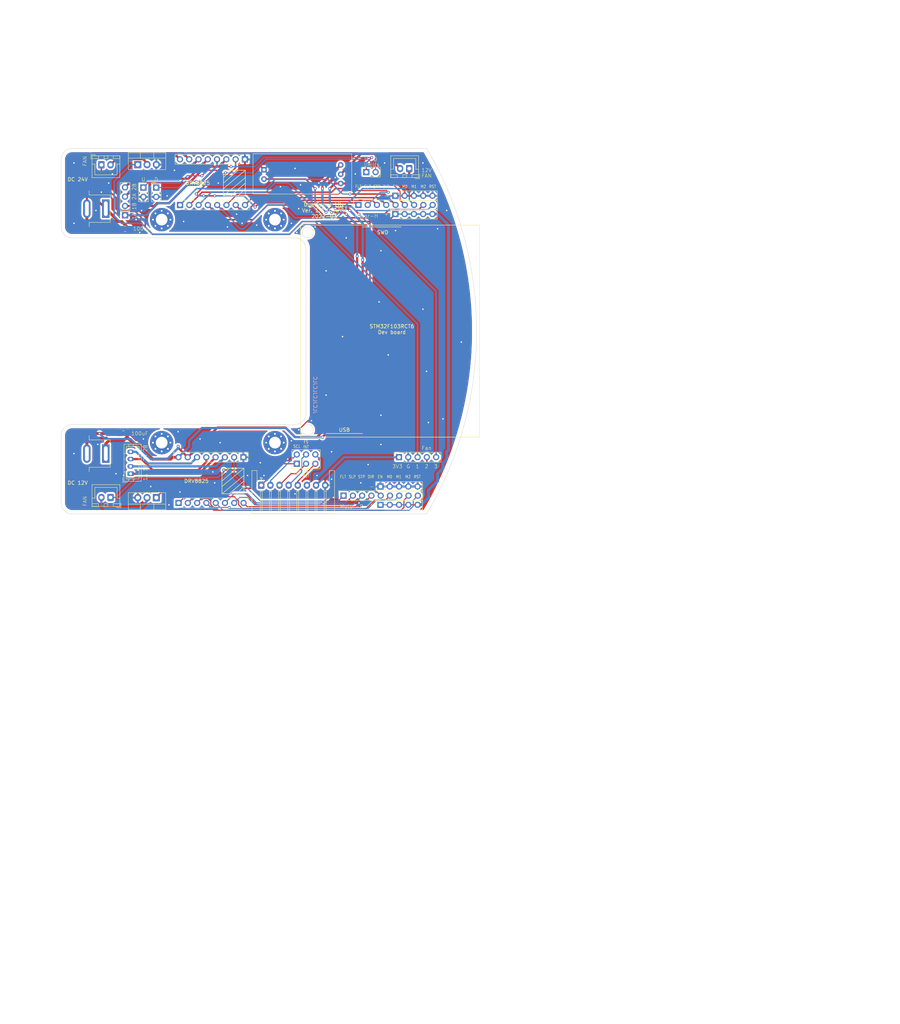
<source format=kicad_pcb>
(kicad_pcb (version 20211014) (generator pcbnew)
  (layers (0 "F.Cu" signal) (31 "B.Cu" signal) (34 "B.Paste" user) (35 "F.Paste" user) (36 "B.SilkS" user "B.Silkscreen") (37 "F.SilkS" user "F.Silkscreen") (38 "B.Mask" user) (39 "F.Mask" user) (44 "Edge.Cuts" user))
  (net 0 "")
  (net 1 "GND")
  (net 2 "~{EN}h")
  (net 3 "M0h")
  (net 4 "M1h")
  (net 5 "M2h")
  (net 6 "~{RST}h")
  (net 7 "~{SLP}h")
  (net 8 "STEPh")
  (net 9 "DIRh")
  (net 10 "~{FAULT}h")
  (net 11 "1Bh")
  (net 12 "1Ah")
  (net 13 "2Ah")
  (net 14 "2Bh")
  (net 15 "GND24")
  (net 16 "+24V")
  (net 17 "~{EN}r")
  (net 18 "M0r")
  (net 19 "M1r")
  (net 20 "M2r")
  (net 21 "~{RST}r")
  (net 22 "~{SLP}r")
  (net 23 "STEPr")
  (net 24 "DIRr")
  (net 25 "~{FAULT}r")
  (net 26 "1Br")
  (net 27 "1Ar")
  (net 28 "2Ar")
  (net 29 "2Br")
  (net 30 "GND12")
  (net 31 "+12V")
  (net 36 "Fan1")
  (net 37 "Net-(M1-Pad2)")
  (net 38 "Fan2")
  (net 39 "Net-(M2-Pad2)")
  (net 40 "Net-(M3-Pad2)")
  (net 41 "Fan3")
  (net 42 "+5V")
  (net 43 "+3V3")
  (net 44 "SDA")
  (net 45 "SCK")
  (net 46 "FS_RST")
  (net 47 "FS_INT")
  (net 48 "Reserved1")
  (net 49 "Reserved2")
  (net 50 "Btn_upper")
  (net 51 "Btn_lower")
  (footprint "Connector_PinSocket_2.54mm:PinSocket_1x05_P2.54mm_Vertical" (layer "F.Cu") (at 142.95 134.975 90)
    (fp_text reference "J5")
    (fp_text value "MCU_interface")
  )
  (footprint "Connector_JST:JST_XH_B2B-XH-A_1x02_P2.50mm_Vertical" (layer "F.Cu") (at 64 146 180)
    (fp_text reference "M2")
    (fp_text value "Fan")
  )
  (footprint "Connector_PinSocket_2.54mm:PinSocket_1x02_P2.54mm_Vertical" (layer "F.Cu") (at 134 57 90)
    (fp_text reference "J19")
    (fp_text value "Buttons")
  )
  (footprint "Connector_PinSocket_2.54mm:PinSocket_1x05_P2.54mm_Vertical" (layer "F.Cu") (at 137.88 143 90)
    (fp_text reference "J11")
    (fp_text value "Logical_0")
  )
  (footprint "Connector_JST:JST_PH_B4B-PH-K_1x04_P2.00mm_Vertical" (layer "F.Cu") (at 69.5 139.5 90)
    (fp_text reference "J16")
    (fp_text value "Conn_MotorR")
  )
  (footprint "Connector_JST:JST_XH_B2B-XH-A_1x02_P2.50mm_Vertical" (layer "F.Cu") (at 145.75 56.025 180)
    (fp_text reference "M3")
    (fp_text value "Fan")
  )
  (footprint "Connector_PinHeader_2.54mm:PinHeader_2x03_P2.54mm_Vertical" (layer "F.Cu") (at 114.975 136.775 90)
    (fp_text reference "J13")
    (fp_text value "MCU_interface")
  )
  (footprint "Connector_PinHeader_2.54mm:PinHeader_1x08_P2.54mm_Vertical" (layer "F.Cu") (at 100.375 135 -90)
    (fp_text reference "J4")
    (fp_text value "Conn_01x08_Female")
  )
  (footprint "Connector_PinHeader_2.54mm:PinHeader_1x08_P2.54mm_Vertical" (layer "F.Cu") (at 82.625 147.5 90)
    (fp_text reference "J3")
    (fp_text value "Conn_01x08_Female")
  )
  (footprint "Connector_JST:JST_XH_S8B-XH-A-1_1x08_P2.50mm_Horizontal" (layer "F.Cu") (at 105.25 142.65)
    (fp_text reference "J14")
    (fp_text value "Outer_conn")
  )
  (footprint "Connector_JST:JST_XH_B2B-XH-A_1x02_P2.50mm_Vertical" (layer "F.Cu") (at 61.5 55)
    (fp_text reference "M1")
    (fp_text value "Fan")
  )
  (footprint "Connector_PinHeader_2.54mm:PinHeader_1x08_P2.54mm_Vertical" (layer "F.Cu") (at 83.03 66 90)
    (fp_text reference "J1")
    (fp_text value "Conn_01x08_Female")
  )
  (footprint "Connector_BarrelJack:BarrelJack_SwitchcraftConxall_RAPC10U_Horizontal" (layer "F.Cu") (at 62.71 134)
    (fp_text reference "J12")
    (fp_text value "Barrel_Jack")
  )
  (footprint "MountingHole:MountingHole_3.2mm_M3_Pad_Via" (layer "F.Cu") (at 78 70)
    (fp_text reference "H2")
    (fp_text value "MountingHole_Pad")
  )
  (footprint "Connector_PinSocket_2.54mm:PinSocket_1x05_P2.54mm_Vertical" (layer "F.Cu") (at 141.94 68.475 90)
    (fp_text reference "J8")
    (fp_text value "Logical_1")
  )
  (footprint "Capacitor_SMD:C_0805_2012Metric_Pad1.18x1.45mm_HandSolder" (layer "F.Cu") (at 67.5 128.5 180)
    (fp_text reference "C2")
    (fp_text value "100uF")
  )
  (footprint "Package_TO_SOT_THT:TO-220-3_Vertical" (layer "F.Cu") (at 76.54 146.055 180)
    (fp_text reference "Q2")
    (fp_text value "IRF540N")
  )
  (footprint "Capacitor_SMD:C_0805_2012Metric_Pad1.18x1.45mm_HandSolder" (layer "F.Cu") (at 68 72.5 180)
    (fp_text reference "C1")
    (fp_text value "100uF")
  )
  (footprint "Connector_PinSocket_2.54mm:PinSocket_1x09_P2.54mm_Vertical" (layer "F.Cu") (at 127.78 145.5 90)
    (fp_text reference "J7")
    (fp_text value "MotorR_Ctrl")
  )
  (footprint "Connector_PinSocket_2.54mm:PinSocket_1x09_P2.54mm_Vertical" (layer "F.Cu") (at 131.84 65.975 90)
    (fp_text reference "J6")
    (fp_text value "MotorH_Ctrl")
  )
  (footprint "Connector_PinSocket_2.54mm:PinSocket_1x05_P2.54mm_Vertical" (layer "F.Cu") (at 137.88 148 90)
    (fp_text reference "J10")
    (fp_text value "Logical_1")
  )
  (footprint "Package_TO_SOT_THT:TO-220-3_Vertical" (layer "F.Cu") (at 71.46 54.945)
    (fp_text reference "Q1")
    (fp_text value "IRF540N")
  )
  (footprint "Connector_PinSocket_2.54mm:PinSocket_1x05_P2.54mm_Vertical" (layer "F.Cu") (at 141.95 63.475 90)
    (fp_text reference "J9")
    (fp_text value "Logical_0")
  )
  (footprint "Connector_PinHeader_2.54mm:PinHeader_1x02_P2.54mm_Vertical" (layer "F.Cu") (at 73 61.225)
    (fp_text reference "J17")
    (fp_text value "Button_upper")
  )
  (footprint "Connector_PinHeader_2.54mm:PinHeader_1x02_P2.54mm_Vertical" (layer "F.Cu") (at 76.5 61.225)
    (fp_text reference "J18")
    (fp_text value "Button_lower")
  )
  (footprint "Connector_PinSocket_2.54mm:PinSocket_1x04_P2.54mm_Vertical" (layer "F.Cu") (at 67.975 68.8 180)
    (fp_text reference "J15")
    (fp_text value "Conn_MotorH")
  )
  (footprint "Connector_PinHeader_2.54mm:PinHeader_1x08_P2.54mm_Vertical" (layer "F.Cu") (at 100.78 53.5 -90)
    (fp_text reference "J2")
    (fp_text value "Conn_01x08_Female")
  )
  (footprint "MountingHole:MountingHole_3.2mm_M3_Pad_Via" (layer "F.Cu") (at 109 70)
    (fp_text reference "H1")
    (fp_text value "MountingHole_Pad")
  )
  (footprint "MountingHole:MountingHole_3.2mm_M3_Pad_Via" (layer "F.Cu") (at 78 131)
    (fp_text reference "H4")
    (fp_text value "MountingHole_Pad")
  )
  (footprint "Library:MOSFET_5pin" (layer "F.Cu") (at 127 52.5 180)
    (fp_text reference "U1")
    (fp_text value "MOS_isolated_module")
  )
  (footprint "MountingHole:MountingHole_3.2mm_M3_Pad_Via" (layer "F.Cu") (at 109 131)
    (fp_text reference "H3")
    (fp_text value "MountingHole_Pad")
  )
  (footprint "Connector_BarrelJack:BarrelJack_SwitchcraftConxall_RAPC10U_Horizontal" (layer "F.Cu") (at 62.71 67)
    (fp_text reference "J24")
    (fp_text value "Barrel_Jack")
  )
  (gr_rect (start 94.5 138) (end 100.5 145) (layer "F.SilkS") (width 0.15) (fill none))
  (gr_line (start 100.905 58.5) (end 94.905 63.5) (layer "F.SilkS") (width 0.15))
  (gr_line (start 100.5 140) (end 94.5 145) (layer "F.SilkS") (width 0.15))
  (gr_line (start 123 128.5) (end 133 128.5) (layer "F.SilkS") (width 0.15))
  (gr_line (start 100.5 143) (end 98.5 145) (layer "F.SilkS") (width 0.15))
  (gr_line (start 96.5 138) (end 94.5 140) (layer "F.SilkS") (width 0.15))
  (gr_line (start 100.5 141.5) (end 96.5 145) (layer "F.SilkS") (width 0.15))
  (gr_line (start 96.905 56.5) (end 94.905 58.5) (layer "F.SilkS") (width 0.15))
  (gr_line (start 100.905 61.5) (end 98.905 63.5) (layer "F.SilkS") (width 0.15))
  (gr_line (start 100.905 60) (end 96.905 63.5) (layer "F.SilkS") (width 0.15))
  (gr_line (start 98.905 56.5) (end 94.905 60) (layer "F.SilkS") (width 0.15))
  (gr_line (start 98.5 138) (end 94.5 141.5) (layer "F.SilkS") (width 0.15))
  (gr_rect (start 116 71.5) (end 165 129.5) (layer "F.SilkS") (width 0.15) (fill none))
  (gr_line (start 100.5 138) (end 94.5 143) (layer "F.SilkS") (width 0.15))
  (gr_line (start 100.905 56.5) (end 94.905 61.5) (layer "F.SilkS") (width 0.15))
  (gr_rect (start 94.905 56.5) (end 100.905 63.5) (layer "F.SilkS") (width 0.15) (fill none))
  (gr_line (start 133 72) (end 143.5 72) (layer "F.SilkS") (width 0.15))
  (gr_line (start 53.5 150.5) (end 150.5 150.5) (layer "Edge.Cuts") (width 0.1))
  (gr_arc (start 114.500001 74.999999) (mid 116.621321 75.878679) (end 117.500001 77.999999) (layer "Edge.Cuts") (width 0.1))
  (gr_arc (start 50.5 53.5) (mid 51.37868 51.37868) (end 53.5 50.5) (layer "Edge.Cuts") (width 0.1))
  (gr_arc (start 53.5 150.5) (mid 51.37868 149.62132) (end 50.5 147.5) (layer "Edge.Cuts") (width 0.1))
  (gr_line (start 50.5 129) (end 50.5 147.5) (layer "Edge.Cuts") (width 0.1))
  (gr_line (start 53.5 50.5) (end 150.5 50.5) (layer "Edge.Cuts") (width 0.1))
  (gr_line (start 117.500001 77.999999) (end 117.500001 123.000001) (layer "Edge.Cuts") (width 0.1))
  (gr_arc (start 150.499999 50.5) (mid 164.184774 100.5) (end 150.499999 150.5) (layer "Edge.Cuts") (width 0.1))
  (gr_arc (start 117.500001 123.000001) (mid 116.621321 125.121321) (end 114.500001 126.000001) (layer "Edge.Cuts") (width 0.1))
  (gr_line (start 53.5 75) (end 114.500001 74.999999) (layer "Edge.Cuts") (width 0.1))
  (gr_circle (center 118 73.5) (end 119.5 73.5) (layer "Edge.Cuts") (width 0.1) (fill none))
  (gr_arc (start 53.5 75) (mid 51.37868 74.12132) (end 50.5 72) (layer "Edge.Cuts") (width 0.1))
  (gr_circle (center 118 127.5) (end 119.5 127.5) (layer "Edge.Cuts") (width 0.1) (fill none))
  (gr_line (start 114.500001 126.000001) (end 53.5 126) (layer "Edge.Cuts") (width 0.1))
  (gr_line (start 50.5 53.5) (end 50.5 72) (layer "Edge.Cuts") (width 0.1))
  (gr_arc (start 50.5 129) (mid 51.37868 126.87868) (end 53.5 126) (layer "Edge.Cuts") (width 0.1))
  (gr_text "JLCJLCJLCJLC" (at 120 118 270) (layer "B.SilkS") (effects (font (size 1 1)) (justify mirror)))
  (gr_text "12V" (at 150.5 56.5) (layer "F.SilkS") (effects (font (size 1 1) (thickness 0.1))))
  (gr_text "RST" (at 152.146 60.96) (layer "F.SilkS") (effects (font (size 0.8 0.7) (thickness 0.1))))
  (gr_text "+" (at 135.5 148) (layer "F.SilkS") (effects (font (size 1 1) (thickness 0.1))))
  (gr_text "U" (at 73 59) (layer "F.SilkS") (effects (font (size 1 1) (thickness 0.1))))
  (gr_text "FLT" (at 127.635 140.335) (layer "F.SilkS") (effects (font (size 0.8 0.7) (thickness 0.1))))
  (gr_text "3V3" (at 142.5 137.5) (layer "F.SilkS") (effects (font (size 1 1) (thickness 0.1))))
  (gr_text "FAN" (at 57 54 90) (layer "F.SilkS") (effects (font (size 1 1) (thickness 0.1))))
  (gr_text "FS\nINT" (at 117.5 131.5) (layer "F.SilkS") (effects (font (size 0.8 0.7) (thickness 0.1))))
  (gr_text "-" (at 139.5 63.5) (layer "F.SilkS") (effects (font (size 1 1) (thickness 0.1))))
  (gr_text "-" (at 135.5 143) (layer "F.SilkS") (effects (font (size 1 1) (thickness 0.1))))
  (gr_text "STM32F103RCT6\nDev board" (at 141 100) (layer "F.SilkS") (effects (font (size 1 1))))
  (gr_text "Motor-H" (at 134 69) (layer "F.SilkS") (effects (font (size 1 1) (thickness 0.1))))
  (gr_text "2" (at 150.5 137.5) (layer "F.SilkS") (effects (font (size 1 1) (thickness 0.1))))
  (gr_text "DIR" (at 139.446 60.96) (layer "F.SilkS") (effects (font (size 0.8 0.7) (thickness 0.1))))
  (gr_text "1" (at 148 137.5) (layer "F.SilkS") (effects (font (size 1 1) (thickness 0.1))))
  (gr_text "DRV8825" (at 87.5 141.5) (layer "F.SilkS") (effects (font (size 1 1))))
  (gr_text "100uF" (at 72 128.5) (layer "F.SilkS") (effects (font (size 1 1) (thickness 0.1))))
  (gr_text "M2" (at 145.415 140.335) (layer "F.SilkS") (effects (font (size 0.8 0.7) (thickness 0.1))))
  (gr_text "M2" (at 149.606 60.96) (layer "F.SilkS") (effects (font (size 0.8 0.7) (thickness 0.1))))
  (gr_text "M0" (at 144.526 60.96) (layer "F.SilkS") (effects (font (size 0.8 0.7) (thickness 0.1))))
  (gr_text "FAN" (at 57 147 90) (layer "F.SilkS") (effects (font (size 1 1) (thickness 0.1))))
  (gr_text "Motor-R" (at 130 148.5) (layer "F.SilkS") (effects (font (size 1 1) (thickness 0.1))))
  (gr_text "M0" (at 140.335 140.335) (layer "F.SilkS") (effects (font (size 0.8 0.7) (thickness 0.1))))
  (gr_text "D" (at 76.5 59) (layer "F.SilkS") (effects (font (size 1 1) (thickness 0.1))))
  (gr_text "EN" (at 137.795 140.335) (layer "F.SilkS") (effects (font (size 0.8 0.7) (thickness 0.1))))
  (gr_text "D" (at 136.5 53.5) (layer "F.SilkS") (effects (font (size 1 1) (thickness 0.1))))
  (gr_text "STP" (at 136.906 60.96) (layer "F.SilkS") (effects (font (size 0.8 0.7) (thickness 0.1))))
  (gr_text "+" (at 139.5 68.5) (layer "F.SilkS") (effects (font (size 1 1) (thickness 0.1))))
  (gr_text "3" (at 153 137.5) (layer "F.SilkS") (effects (font (size 1 1) (thickness 0.1))))
  (gr_text "EN" (at 141.986 60.96) (layer "F.SilkS") (effects (font (size 0.8 0.7) (thickness 0.1))))
  (gr_text "SCL" (at 115 132) (layer "F.SilkS") (effects (font (size 0.8 0.7) (thickness 0.1))))
  (gr_text "U" (at 134 53.5) (layer "F.SilkS") (effects (font (size 1 1) (thickness 0.1))))
  (gr_text "STP" (at 132.715 140.335) (layer "F.SilkS") (effects (font (size 0.8 0.7) (thickness 0.1))))
  (gr_text "SLP" (at 134.366 60.96) (layer "F.SilkS") (effects (font (size 0.8 0.7) (thickness 0.1))))
  (gr_text "1A 1B 2A 2B" (at 73.5 136.5 90) (layer "F.SilkS") (effects (font (size 1 1) (thickness 0.1))))
  (gr_text "M1" (at 142.875 140.335) (layer "F.SilkS") (effects (font (size 0.8 0.7) (thickness 0.1))))
  (gr_text "FAN" (at 150.5 58) (layer "F.SilkS") (effects (font (size 1 1) (thickness 0.1))))
  (gr_text "DC 12V" (at 55 142) (layer "F.SilkS") (effects (font (size 1 1))))
  (gr_text "SDA" (at 115 139) (layer "F.SilkS") (effects (font (size 0.8 0.7) (thickness 0.1))))
  (gr_text "M1" (at 147.066 60.96) (layer "F.SilkS") (effects (font (size 0.8 0.7) (thickness 0.1))))
  (gr_text "G" (at 145.5 137.5) (layer "F.SilkS") (effects (font (size 1 1) (thickness 0.1))))
  (gr_text "1A 1B 2A 2B" (at 70.5 65 90) (layer "F.SilkS") (effects (font (size 1 1) (thickness 0.1))))
  (gr_text "Fan" (at 150.5 132.5) (layer "F.SilkS") (effects (font (size 1 1) (thickness 0.1))))
  (gr_text "SWD" (at 138.5 73.5) (layer "F.SilkS") (effects (font (size 1 1))))
  (gr_text "limits" (at 135.5 55) (layer "F.SilkS") (effects (font (size 1 1) (thickness 0.1))))
  (gr_text "FLT" (at 131.826 60.96) (layer "F.SilkS") (effects (font (size 0.8 0.7) (thickness 0.1))))
  (gr_text "100uF" (at 72.5 72.5) (layer "F.SilkS") (effects (font (size 1 1) (thickness 0.1))))
  (gr_text "DC 24V" (at 55 59) (layer "F.SilkS") (effects (font (size 1 1))))
  (gr_text "FS\nRST" (at 117.492767 139.5) (layer "F.SilkS") (effects (font (size 0.8 0.7) (thickness 0.1))))
  (gr_text "DualSense Lite\nVer. 1.0 (C)WYW\n2022-03" (at 122.5 67.5) (layer "F.SilkS") (effects (font (size 1 1))))
  (gr_text "DIR" (at 135.255 140.335) (layer "F.SilkS") (effects (font (size 0.8 0.7) (thickness 0.1))))
  (gr_text "SLP" (at 130.175 140.335) (layer "F.SilkS") (effects (font (size 0.8 0.7) (thickness 0.1))))
  (gr_text "DRV8825" (at 87.905 60) (layer "F.SilkS") (effects (font (size 1 1))))
  (gr_text "USB" (at 128 127.5) (layer "F.SilkS") (effects (font (size 1 1))))
  (gr_text "RST" (at 147.955 140.335) (layer "F.SilkS") (effects (font (size 0.8 0.7) (thickness 0.1))))
  (segment (start 119 125) (end 118 125) (width 0.3) (layer "F.Cu") (net 1))
  (segment (start 118 125) (end 115.5 127.5) (width 0.3) (layer "F.Cu") (net 1))
  (via (at 93.5 60) (size 0.8) (drill 0.4) (layers "F.Cu" "B.Cu") (net 1))
  (via (at 120 72) (size 0.8) (drill 0.4) (layers "F.Cu" "B.Cu") (net 1))
  (via (at 139 54.5) (size 0.8) (drill 0.4) (layers "F.Cu" "B.Cu") (net 1))
  (via (at 72.5 67.5) (size 0.8) (drill 0.4) (layers "F.Cu" "B.Cu") (net 1))
  (via (at 123 84) (size 0.8) (drill 0.4) (layers "F.Cu" "B.Cu") (net 1))
  (via (at 60 67.5) (size 0.8) (drill 0.4) (layers "F.Cu" "B.Cu") (net 1))
  (via (at 104 71.5) (size 0.8) (drill 0.4) (layers "F.Cu" "B.Cu") (net 1))
  (via (at 60.5 131.5) (size 0.8) (drill 0.4) (layers "F.Cu" "B.Cu") (net 1))
  (via (at 127.5 102) (size 0.8) (drill 0.4) (layers "F.Cu" "B.Cu") (net 1))
  (via (at 149.5 54.5) (size 0.8) (drill 0.4) (layers "F.Cu" "B.Cu") (net 1))
  (via (at 114.5 56) (size 0.8) (drill 0.4) (layers "F.Cu" "B.Cu") (net 1))
  (via (at 160 103.5) (size 0.8) (drill 0.4) (layers "F.Cu" "B.Cu") (net 1))
  (via (at 149.5 94.5) (size 0.8) (drill 0.4) (layers "F.Cu" "B.Cu") (net 1))
  (via (at 120.5 140) (size 0.8) (drill 0.4) (layers "F.Cu" "B.Cu") (net 1))
  (via (at 150.5 111.5) (size 0.8) (drill 0.4) (layers "F.Cu" "B.Cu") (net 1))
  (via (at 151 125.5) (size 0.8) (drill 0.4) (layers "F.Cu" "B.Cu") (net 1))
  (via (at 96 72) (size 0.8) (drill 0.4) (layers "F.Cu" "B.Cu") (net 1))
  (via (at 132 147.5) (size 0.8) (drill 0.4) (layers "F.Cu" "B.Cu") (net 1))
  (via (at 137.5 92.5) (size 0.8) (drill 0.4) (layers "F.Cu" "B.Cu") (net 1))
  (via (at 119 125) (size 0.8) (drill 0.4) (layers "F.Cu" "B.Cu") (net 1))
  (via (at 125 146) (size 0.8) (drill 0.4) (layers "F.Cu" "B.Cu") (net 1))
  (via (at 115.5 67) (size 0.8) (drill 0.4) (layers "F.Cu" "B.Cu") (net 1))
  (via (at 124.5 133.5) (size 0.8) (drill 0.4) (layers "F.Cu" "B.Cu") (net 1))
  (via (at 81.5 56.5) (size 0.8) (drill 0.4) (layers "F.Cu" "B.Cu") (net 1))
  (via (at 113.5 71) (size 0.8) (drill 0.4) (layers "F.Cu" "B.Cu") (net 1))
  (via (at 142 73) (size 0.8) (drill 0.4) (layers "F.Cu" "B.Cu") (net 1))
  (via (at 79.5 63.5) (size 0.8) (drill 0.4) (layers "F.Cu" "B.Cu") (net 1))
  (via (at 105 136.5) (size 0.8) (drill 0.4) (layers "F.Cu" "B.Cu") (net 1))
  (via (at 115.5 127.5) (size 0.8) (drill 0.4) (layers "F.Cu" "B.Cu") (net 1))
  (via (at 65.5 139.5) (size 0.8) (drill 0.4) (layers "F.Cu" "B.Cu") (net 1))
  (via (at 54 134) (size 0.8) (drill 0.4) (layers "F.Cu" "B.Cu") (net 1))
  (via (at 94 131) (size 0.8) (drill 0.4) (layers "F.Cu" "B.Cu") (net 1))
  (via (at 82.5 128) (size 0.8) (drill 0.4) (layers "F.Cu" "B.Cu") (net 1))
  (via (at 80 148) (size 0.8) (drill 0.4) (layers "F.Cu" "B.Cu") (net 1))
  (via (at 61.5 62.5) (size 0.8) (drill 0.4) (layers "F.Cu" "B.Cu") (net 1))
  (via (at 112.5 135.5) (size 0.8) (drill 0.4) (layers "F.Cu" "B.Cu") (net 1))
  (via (at 156 67.5) (size 0.8) (drill 0.4) (layers "F.Cu" "B.Cu") (net 1))
  (via (at 138 123.5) (size 0.8) (drill 0.4) (layers "F.Cu" "B.Cu") (net 1))
  (via (at 125.5 58.5) (size 0.8) (drill 0.4) (layers "F.Cu" "B.Cu") (net 1))
  (via (at 100 71) (size 0.8) (drill 0.4) (layers "F.Cu" "B.Cu") (net 1))
  (via (at 92 139) (size 0.8) (drill 0.4) (layers "F.Cu" "B.Cu") (net 1))
  (via (at 132.5 142) (size 0.8) (drill 0.4) (layers "F.Cu" "B.Cu") (net 1))
  (via (at 138 131.5) (size 0.8) (drill 0.4) (layers "F.Cu" "B.Cu") (net 1))
  (via (at 88.5 130) (size 0.8) (drill 0.4) (layers "F.Cu" "B.Cu") (net 1))
  (via (at 72 73.5) (size 0.8) (drill 0.4) (layers "F.Cu" "B.Cu") (net 1))
  (via (at 75 143) (size 0.8) (drill 0.4) (layers "F.Cu" "B.Cu") (net 1))
  (via (at 124.5 141) (size 0.8) (drill 0.4) (layers "F.Cu" "B.Cu") (net 1))
  (via (at 64.5 57.5) (size 0.8) (drill 0.4) (layers "F.Cu" "B.Cu") (net 1))
  (via (at 140 107) (size 0.8) (drill 0.4) (layers "F.Cu" "B.Cu") (net 1))
  (via (at 131 57.5) (size 0.8) (drill 0.4) (layers "F.Cu" "B.Cu") (net 1))
  (via (at 63.5 60) (size 0.8) (drill 0.4) (layers "F.Cu" "B.Cu") (net 1))
  (via (at 92.5 142) (size 0.8) (drill 0.4) (layers "F.Cu" "B.Cu") (net 1))
  (via (at 114.5 145) (size 0.8) (drill 0.4) (layers "F.Cu" "B.Cu") (net 1))
  (via (at 138 78.5) (size 0.8) (drill 0.4) (layers "F.Cu" "B.Cu") (net 1))
  (via (at 121 60) (size 0.8) (drill 0.4) (layers "F.Cu" "B.Cu") (net 1))
  (via (at 110.5 61) (size 0.8) (drill 0.4) (layers "F.Cu" "B.Cu") (net 1))
  (via (at 113.5 130.5) (size 0.8) (drill 0.4) (layers "F.Cu" "B.Cu") (net 1))
  (via (at 128.5 75) (size 0.8) (drill 0.4) (layers "F.Cu" "B.Cu") (net 1))
  (via (at 83 144.5) (size 0.8) (drill 0.4) (layers "F.Cu" "B.Cu") (net 1))
  (via (at 98.5 68.5) (size 0.8) (drill 0.4) (layers "F.Cu" "B.Cu") (net 1))
  (via (at 134.5 137) (size 0.8) (drill 0.4) (layers "F.Cu" "B.Cu") (net 1))
  (via (at 153.5 72.5) (size 0.8) (drill 0.4) (layers "F.Cu" "B.Cu") (net 1))
  (via (at 84 70.5) (size 0.8) (drill 0.4) (layers "F.Cu" "B.Cu") (net 1))
  (via (at 54 71) (size 0.8) (drill 0.4) (layers "F.Cu" "B.Cu") (net 1))
  (via (at 115 73.5) (size 0.8) (drill 0.4) (layers "F.Cu" "B.Cu") (net 1))
  (via (at 71 70) (size 0.8) (drill 0.4) (layers "F.Cu" "B.Cu") (net 1))
  (via (at 116 60.5) (size 0.8) (drill 0.4) (layers "F.Cu" "B.Cu") (net 1))
  (via (at 123 118) (size 0.8) (drill 0.4) (layers "F.Cu" "B.Cu") (net 1))
  (via (at 73 130) (size 0.8) (drill 0.4) (layers "F.Cu" "B.Cu") (net 1))
  (via (at 54 54.5) (size 0.8) (drill 0.4) (layers "F.Cu" "B.Cu") (net 1))
  (via (at 101.5 140) (size 0.8) (drill 0.4) (layers "F.Cu" "B.Cu") (net 1))
  (via (at 155 124.5) (size 0.8) (drill 0.4) (layers "F.Cu" "B.Cu") (net 1))
  (via (at 106 140) (size 0.8) (drill 0.4) (layers "F.Cu" "B.Cu") (net 1))
  (segment (start 140.42 143) (end 142.96 143) (width 0.4) (layer "B.Cu") (net 1))
  (segment (start 145.5 143) (end 148.04 143) (width 0.4) (layer "B.Cu") (net 1))
  (segment (start 145.5 143) (end 145.5 134.985) (width 0.4) (layer "B.Cu") (net 1))
  (segment (start 142.96 143) (end 145.5 143) (width 0.4) (layer "B.Cu") (net 1))
  (segment (start 145.5 134.985) (end 145.49 134.975) (width 0.4) (layer "B.Cu") (net 1))
  (segment (start 137.88 143) (end 140.42 143) (width 0.4) (layer "B.Cu") (net 1))
  (segment (start 139.025 63) (end 129.5 63) (width 0.4) (layer "F.Cu") (net 2))
  (segment (start 142 65.975) (end 139.025 63) (width 0.4) (layer "F.Cu") (net 2))
  (via (at 129.5 63) (size 0.8) (drill 0.4) (layers "F.Cu" "B.Cu") (net 2))
  (segment (start 109 59) (end 123.5 59) (width 0.4) (layer "B.Cu") (net 2))
  (segment (start 87.53 61.5) (end 106.5 61.5) (width 0.4) (layer "B.Cu") (net 2))
  (segment (start 106.5 61.5) (end 109 59) (width 0.4) (layer "B.Cu") (net 2))
  (segment (start 123.5 59) (end 127.5 63) (width 0.4) (layer "B.Cu") (net 2))
  (segment (start 83.03 66) (end 87.53 61.5) (width 0.4) (layer "B.Cu") (net 2))
  (segment (start 127.5 63) (end 129.5 63) (width 0.4) (layer "B.Cu") (net 2))
  (segment (start 143.240489 64.675489) (end 144.54 65.975) (width 0.4) (layer "F.Cu") (net 3))
  (segment (start 129.5 61.5) (end 130.80048 60.19952) (width 0.4) (layer "F.Cu") (net 3))
  (segment (start 85.57 66) (end 89.07 62.5) (width 0.4) (layer "F.Cu") (net 3))
  (segment (start 124.5 62.5) (end 125.5 61.5) (width 0.4) (layer "F.Cu") (net 3))
  (segment (start 143.240489 62.266467) (end 143.240489 64.675489) (width 0.4) (layer "F.Cu") (net 3))
  (segment (start 141.173542 60.19952) (end 143.240489 62.266467) (width 0.4) (layer "F.Cu") (net 3))
  (segment (start 130.80048 60.19952) (end 141.173542 60.19952) (width 0.4) (layer "F.Cu") (net 3))
  (segment (start 89.07 62.5) (end 124.5 62.5) (width 0.4) (layer "F.Cu") (net 3))
  (segment (start 125.5 61.5) (end 129.5 61.5) (width 0.4) (layer "F.Cu") (net 3))
  (segment (start 133 61.5) (end 125.59952 68.90048) (width 0.4) (layer "B.Cu") (net 4))
  (segment (start 106.5 62.5) (end 109 60) (width 0.4) (layer "B.Cu") (net 4))
  (segment (start 112.69904 60) (end 121.59952 68.90048) (width 0.4) (layer "B.Cu") (net 4))
  (segment (start 144.5 61.5) (end 133 61.5) (width 0.4) (layer "B.Cu") (net 4))
  (segment (start 109 60) (end 112.69904 60) (width 0.4) (layer "B.Cu") (net 4))
  (segment (start 125.59952 68.90048) (end 121.59952 68.90048) (width 0.4) (layer "B.Cu") (net 4))
  (segment (start 88.11 66) (end 91.61 62.5) (width 0.4) (layer "B.Cu") (net 4))
  (segment (start 147.08 65.975) (end 145.780489 64.675489) (width 0.4) (layer "B.Cu") (net 4))
  (segment (start 145.780489 62.780489) (end 144.5 61.5) (width 0.4) (layer "B.Cu") (net 4))
  (segment (start 91.61 62.5) (end 106.5 62.5) (width 0.4) (layer "B.Cu") (net 4))
  (segment (start 145.780489 64.675489) (end 145.780489 62.780489) (width 0.4) (layer "B.Cu") (net 4))
  (segment (start 119.5 66) (end 123 69.5) (width 0.4) (layer "F.Cu") (net 5))
  (segment (start 149.62 65.975) (end 148.370489 67.224511) (width 0.4) (layer "F.Cu") (net 5))
  (segment (start 107 66) (end 119.5 66) (width 0.4) (layer "F.Cu") (net 5))
  (segment (start 103 70) (end 107 66) (width 0.4) (layer "F.Cu") (net 5))
  (segment (start 138 69.5) (end 123 69.5) (width 0.4) (layer "F.Cu") (net 5))
  (segment (start 94.5 69.85) (end 94.5 70) (width 0.4) (layer "F.Cu") (net 5))
  (segment (start 90.65 66) (end 94.5 69.85) (width 0.4) (layer "F.Cu") (net 5))
  (segment (start 148.370489 67.224511) (end 140.275489 67.224511) (width 0.4) (layer "F.Cu") (net 5))
  (segment (start 94.5 70) (end 103 70) (width 0.4) (layer "F.Cu") (net 5))
  (segment (start 140.275489 67.224511) (end 138 69.5) (width 0.4) (layer "F.Cu") (net 5))
  (segment (start 93.19 66) (end 97.69 70.5) (width 0.4) (layer "B.Cu") (net 6))
  (segment (start 130 66.5) (end 131 67.5) (width 0.4) (layer "B.Cu") (net 6))
  (segment (start 126 69.5) (end 129 66.5) (width 0.4) (layer "B.Cu") (net 6))
  (segment (start 97.69 70.5) (end 97.69 70.69) (width 0.4) (layer "B.Cu") (net 6))
  (segment (start 111 66) (end 114.5 69.5) (width 0.4) (layer "B.Cu") (net 6))
  (segment (start 140.691467 67.224511) (end 150.910489 67.224511) (width 0.4) (layer "B.Cu") (net 6))
  (segment (start 97.69 70.69) (end 99.5 72.5) (width 0.4) (layer "B.Cu") (net 6))
  (segment (start 131 67.5) (end 140.415978 67.5) (width 0.4) (layer "B.Cu") (net 6))
  (segment (start 114.5 69.5) (end 126 69.5) (width 0.4) (layer "B.Cu") (net 6))
  (segment (start 99.5 72.5) (end 100.5 72.5) (width 0.4) (layer "B.Cu") (net 6))
  (segment (start 107 66) (end 111 66) (width 0.4) (layer "B.Cu") (net 6))
  (segment (start 100.5 72.5) (end 107 66) (width 0.4) (layer "B.Cu") (net 6))
  (segment (start 140.415978 67.5) (end 140.691467 67.224511) (width 0.4) (layer "B.Cu") (net 6))
  (segment (start 150.910489 67.224511) (end 152.16 65.975) (width 0.4) (layer "B.Cu") (net 6))
  (segment (start 129 66.5) (end 130 66.5) (width 0.4) (layer "B.Cu") (net 6))
  (segment (start 125.5 63.04952) (end 126.45048 63.04952) (width 0.3) (layer "F.Cu") (net 7))
  (segment (start 139.54952 62.04952) (end 140 62.5) (width 0.3) (layer "F.Cu") (net 7))
  (segment (start 126.45048 63.04952) (end 127.45048 62.04952) (width 0.3) (layer "F.Cu") (net 7))
  (segment (start 127.45048 62.04952) (end 131.09904 62.04952) (width 0.3) (layer "F.Cu") (net 7))
  (segment (start 131.09904 62.04952) (end 139.54952 62.04952) (width 0.3) (layer "F.Cu") (net 7))
  (segment (start 98.68048 63.04952) (end 125.5 63.04952) (width 0.3) (layer "F.Cu") (net 7))
  (segment (start 95.73 66) (end 98.68048 63.04952) (width 0.3) (layer "F.Cu") (net 7))
  (via (at 140 62.5) (size 0.8) (drill 0.4) (layers "F.Cu" "B.Cu") (net 7))
  (segment (start 140 62.5) (end 137.855 62.5) (width 0.3) (layer "B.Cu") (net 7))
  (segment (start 137.855 62.5) (end 134.38 65.975) (width 0.3) (layer "B.Cu") (net 7))
  (segment (start 101 68) (end 100.27 68) (width 0.4) (layer "F.Cu") (net 8))
  (segment (start 104.274511 64.725489) (end 101 68) (width 0.4) (layer "F.Cu") (net 8))
  (segment (start 135.670489 64.725489) (end 104.274511 64.725489) (width 0.4) (layer "F.Cu") (net 8))
  (segment (start 136.92 65.975) (end 135.670489 64.725489) (width 0.4) (layer "F.Cu") (net 8))
  (segment (start 100.27 68) (end 98.27 66) (width 0.4) (layer "F.Cu") (net 8))
  (segment (start 102.81 64) (end 100.81 66) (width 0.4) (layer "F.Cu") (net 9))
  (segment (start 139.46 65.975) (end 137.485 64) (width 0.4) (layer "F.Cu") (net 9))
  (segment (start 137.485 64) (end 102.81 64) (width 0.4) (layer "F.Cu") (net 9))
  (segment (start 104.605675 65.524989) (end 103.565332 66.565332) (width 0.4) (layer "F.Cu") (net 10))
  (segment (start 131.26548 65.40048) (end 105.624509 65.40048) (width 0.4) (layer "F.Cu") (net 10))
  (segment (start 89.5 63.5) (end 89.489668 63.489668) (width 0.4) (layer "F.Cu") (net 10))
  (segment (start 92.5 63.5) (end 89.5 63.5) (width 0.4) (layer "F.Cu") (net 10))
  (segment (start 87.469668 62.969668) (end 92.439336 58) (width 0.4) (layer "F.Cu") (net 10))
  (segment (start 131.84 65.975) (end 131.26548 65.40048) (width 0.4) (layer "F.Cu") (net 10))
  (segment (start 105.5 65.524989) (end 104.605675 65.524989) (width 0.4) (layer "F.Cu") (net 10))
  (segment (start 96 58) (end 98.24 55.76) (width 0.4) (layer "F.Cu") (net 10))
  (segment (start 105.624509 65.40048) (end 105.5 65.524989) (width 0.4) (layer "F.Cu") (net 10))
  (segment (start 98.24 55.76) (end 98.24 53.5) (width 0.4) (layer "F.Cu") (net 10))
  (segment (start 92.439336 58) (end 96 58) (width 0.4) (layer "F.Cu") (net 10))
  (via (at 103.565332 66.565332) (size 0.8) (drill 0.4) (layers "F.Cu" "B.Cu") (net 10))
  (via (at 92.5 63.5) (size 0.8) (drill 0.4) (layers "F.Cu" "B.Cu") (net 10))
  (via (at 89.489668 63.489668) (size 0.8) (drill 0.4) (layers "F.Cu" "B.Cu") (net 10))
  (via (at 87.469668 62.969668) (size 0.8) (drill 0.4) (layers "F.Cu" "B.Cu") (net 10))
  (segment (start 87.989668 63.489668) (end 87.469668 62.969668) (width 0.4) (layer "B.Cu") (net 10))
  (segment (start 89.489668 63.489668) (end 87.989668 63.489668) (width 0.4) (layer "B.Cu") (net 10))
  (segment (start 103.565332 66.565332) (end 100.5 63.5) (width 0.4) (layer "B.Cu") (net 10))
  (segment (start 100.5 63.5) (end 92.5 63.5) (width 0.4) (layer "B.Cu") (net 10))
  (segment (start 93.7 55.5) (end 95.7 53.5) (width 0.6) (layer "F.Cu") (net 11))
  (segment (start 67.975 66.26) (end 75.913498 66.26) (width 0.6) (layer "F.Cu") (net 11))
  (segment (start 75.913498 66.26) (end 76.673498 65.5) (width 0.6) (layer "F.Cu") (net 11))
  (segment (start 76.673498 65.5) (end 80 65.5) (width 0.6) (layer "F.Cu") (net 11))
  (segment (start 90 55.5) (end 93.7 55.5) (width 0.6) (layer "F.Cu") (net 11))
  (segment (start 80 65.5) (end 90 55.5) (width 0.6) (layer "F.Cu") (net 11))
  (segment (start 80 65.5) (end 85 60.5) (width 0.6) (layer "B.Cu") (net 12))
  (segment (start 93.16 55.34) (end 93.16 53.5) (width 0.6) (layer "B.Cu") (net 12))
  (segment (start 67.975 68.8) (end 73.7 68.8) (width 0.6) (layer "B.Cu") (net 12))
  (segment (start 73.7 68.8) (end 77 65.5) (width 0.6) (layer "B.Cu") (net 12))
  (segment (start 77 65.5) (end 80 65.5) (width 0.6) (layer "B.Cu") (net 12))
  (segment (start 85 60.5) (end 88 60.5) (width 0.6) (layer "B.Cu") (net 12))
  (segment (start 88 60.5) (end 93.16 55.34) (width 0.6) (layer "B.Cu") (net 12))
  (segment (start 69.642846 60.642846) (end 71.486172 58.79952) (width 0.6) (layer "F.Cu") (net 13))
  (segment (start 85.32048 58.79952) (end 90.62 53.5) (width 0.6) (layer "F.Cu") (net 13))
  (segment (start 69.642846 62.052154) (end 69.642846 60.642846) (width 0.6) (layer "F.Cu") (net 13))
  (segment (start 71.486172 58.79952) (end 85.32048 58.79952) (width 0.6) (layer "F.Cu") (net 13))
  (segment (start 67.975 63.72) (end 69.642846 62.052154) (width 0.6) (layer "F.Cu") (net 13))
  (segment (start 67.975 61.18) (end 71.155 58) (width 0.6) (layer "F.Cu") (net 14))
  (segment (start 83.58 58) (end 88.08 53.5) (width 0.6) (layer "F.Cu") (net 14))
  (segment (start 71.155 58) (end 83.58 58) (width 0.6) (layer "F.Cu") (net 14))
  (segment (start 60 72.5) (end 66.9625 72.5) (width 0.8) (layer "F.Cu") (net 15))
  (segment (start 85.54 53.5) (end 83.886449 51.846449) (width 0.6) (layer "F.Cu") (net 15))
  (segment (start 57.53 70.03) (end 60 72.5) (width 0.8) (layer "F.Cu") (net 15))
  (segment (start 57.53 53.47) (end 57.53 67) (width 0.6) (layer "F.Cu") (net 15))
  (segment (start 59.153551 51.846449) (end 57.53 53.47) (width 0.6) (layer "F.Cu") (net 15))
  (segment (start 57.53 67) (end 57.53 70.03) (width 0.8) (layer "F.Cu") (net 15))
  (segment (start 83.886449 51.846449) (end 59.153551 51.846449) (width 0.6) (layer "F.Cu") (net 15))
  (segment (start 66 70.5) (end 67.0375 70.5) (width 0.8) (layer "F.Cu") (net 16))
  (segment (start 65.5 69.79) (end 65.5 70) (width 0.8) (layer "F.Cu") (net 16))
  (segment (start 65.5 70) (end 66 70.5) (width 0.8) (layer "F.Cu") (net 16))
  (segment (start 62.71 67) (end 65.5 69.79) (width 0.8) (layer "F.Cu") (net 16))
  (segment (start 67.0375 70.5) (end 69.0375 72.5) (width 0.8) (layer "F.Cu") (net 16))
  (segment (start 59.5 53.5) (end 59.5 63.79) (width 0.6) (layer "F.Cu") (net 16))
  (segment (start 59.5 63.79) (end 62.71 67) (width 0.6) (layer "F.Cu") (net 16))
  (segment (start 60.354031 52.645969) (end 59.5 53.5) (width 0.6) (layer "F.Cu") (net 16))
  (segment (start 83 53.5) (end 82.145969 52.645969) (width 0.6) (layer "F.Cu") (net 16))
  (segment (start 82.145969 52.645969) (end 60.354031 52.645969) (width 0.6) (layer "F.Cu") (net 16))
  (segment (start 136.44 144) (end 125.5 144) (width 0.3) (layer "F.Cu") (net 17))
  (segment (start 104 148) (end 101 145) (width 0.3) (layer "F.Cu") (net 17))
  (segment (start 85.125 145) (end 82.625 147.5) (width 0.3) (layer "F.Cu") (net 17))
  (segment (start 137.94 145.5) (end 136.44 144) (width 0.3) (layer "F.Cu") (net 17))
  (segment (start 121.5 148) (end 104 148) (width 0.3) (layer "F.Cu") (net 17))
  (segment (start 101 145) (end 85.125 145) (width 0.3) (layer "F.Cu") (net 17))
  (segment (start 125.5 144) (end 121.5 148) (width 0.3) (layer "F.Cu") (net 17))
  (segment (start 100.067656 149) (end 99.064511 147.996855) (width 0.3) (layer "F.Cu") (net 18))
  (segment (start 86.864031 145.800969) (end 85.165 147.5) (width 0.3) (layer "F.Cu") (net 18))
  (segment (start 139.280489 146.699511) (end 136.300489 146.699511) (width 0.3) (layer "F.Cu") (net 18))
  (segment (start 136.300489 146.699511) (end 134 149) (width 0.3) (layer "F.Cu") (net 18))
  (segment (start 140.48 145.5) (end 139.280489 146.699511) (width 0.3) (layer "F.Cu") (net 18))
  (segment (start 97.862335 145.800969) (end 86.864031 145.800969) (width 0.3) (layer "F.Cu") (net 18))
  (segment (start 134 149) (end 100.067656 149) (width 0.3) (layer "F.Cu") (net 18))
  (segment (start 99.064511 147.003145) (end 97.862335 145.800969) (width 0.3) (layer "F.Cu") (net 18))
  (segment (start 99.064511 147.996855) (end 99.064511 147.003145) (width 0.3) (layer "F.Cu") (net 18))
  (segment (start 90.741855 146.300489) (end 88.904511 146.300489) (width 0.3) (layer "F.Cu") (net 19))
  (segment (start 92.2505 148.7505) (end 91.444511 147.944511) (width 0.3) (layer "F.Cu") (net 19))
  (segment (start 91.444511 147.944511) (end 91.444511 147.003145) (width 0.3) (layer "F.Cu") (net 19))
  (segment (start 96.5 148.7505) (end 92.2505 148.7505) (width 0.3) (layer "F.Cu") (net 19))
  (segment (start 91.444511 147.003145) (end 90.741855 146.300489) (width 0.3) (layer "F.Cu") (net 19))
  (segment (start 88.904511 146.300489) (end 87.705 147.5) (width 0.3) (layer "F.Cu") (net 19))
  (via (at 96.5 148.7505) (size 0.8) (drill 0.4) (layers "F.Cu" "B.Cu") (net 19))
  (segment (start 141.820489 146.699511) (end 136.800489 146.699511) (width 0.3) (layer "B.Cu") (net 19))
  (segment (start 136.800489 146.699511) (end 134.5 149) (width 0.3) (layer "B.Cu") (net 19))
  (segment (start 134.5 149) (end 96.7495 149) (width 0.3) (layer "B.Cu") (net 19))
  (segment (start 96.7495 149) (end 96.5 148.7505) (width 0.3) (layer "B.Cu") (net 19))
  (segment (start 143.02 145.5) (end 141.820489 146.699511) (width 0.3) (layer "B.Cu") (net 19))
  (segment (start 145.56 145.5) (end 144.300489 146.759511) (width 0.3) (layer "F.Cu") (net 20))
  (segment (start 144.300489 148.699511) (end 143.5 149.5) (width 0.3) (layer "F.Cu") (net 20))
  (segment (start 92.245 149.5) (end 90.245 147.5) (width 0.3) (layer "F.Cu") (net 20))
  (segment (start 143.5 149.5) (end 92.245 149.5) (width 0.3) (layer "F.Cu") (net 20))
  (segment (start 144.300489 146.759511) (end 144.300489 148.699511) (width 0.3) (layer "F.Cu") (net 20))
  (segment (start 146.840489 148.355877) (end 145.696366 149.5) (width 0.3) (layer "B.Cu") (net 21))
  (segment (start 145.696366 149.5) (end 94.785 149.5) (width 0.3) (layer "B.Cu") (net 21))
  (segment (start 94.785 149.5) (end 92.785 147.5) (width 0.3) (layer "B.Cu") (net 21))
  (segment (start 148.1 145.5) (end 146.840489 146.759511) (width 0.3) (layer "B.Cu") (net 21))
  (segment (start 146.840489 146.759511) (end 146.840489 148.355877) (width 0.3) (layer "B.Cu") (net 21))
  (segment (start 101.5 145) (end 97.825 145) (width 0.3) (layer "B.Cu") (net 22))
  (segment (start 97.825 145) (end 95.325 147.5) (width 0.3) (layer "B.Cu") (net 22))
  (segment (start 128.32 147.5) (end 104 147.5) (width 0.3) (layer "B.Cu") (net 22))
  (segment (start 130.32 145.5) (end 128.32 147.5) (width 0.3) (layer "B.Cu") (net 22))
  (segment (start 104 147.5) (end 101.5 145) (width 0.3) (layer "B.Cu") (net 22))
  (segment (start 101.5 146) (end 99.365 146) (width 0.3) (layer "B.Cu") (net 23))
  (segment (start 103.5 148) (end 101.5 146) (width 0.3) (layer "B.Cu") (net 23))
  (segment (start 130.36 148) (end 103.5 148) (width 0.3) (layer "B.Cu") (net 23))
  (segment (start 132.86 145.5) (end 130.36 148) (width 0.3) (layer "B.Cu") (net 23))
  (segment (start 99.365 146) (end 97.865 147.5) (width 0.3) (layer "B.Cu") (net 23))
  (segment (start 101.405 148.5) (end 100.405 147.5) (width 0.3) (layer "F.Cu") (net 24))
  (segment (start 135.4 145.5) (end 132.4 148.5) (width 0.3) (layer "F.Cu") (net 24))
  (segment (start 132.4 148.5) (end 101.405 148.5) (width 0.3) (layer "F.Cu") (net 24))
  (segment (start 126.28 147) (end 127.78 145.5) (width 0.3) (layer "B.Cu") (net 25))
  (segment (start 97.835 135) (end 97.835 139.835) (width 0.3) (layer "B.Cu") (net 25))
  (segment (start 97.835 139.835) (end 105 147) (width 0.3) (layer "B.Cu") (net 25))
  (segment (start 105 147) (end 126.28 147) (width 0.3) (layer "B.Cu") (net 25))
  (segment (start 69.5 137.5) (end 92.795 137.5) (width 0.6) (layer "B.Cu") (net 26))
  (segment (start 92.795 137.5) (end 95.295 135) (width 0.6) (layer "B.Cu") (net 26))
  (segment (start 69.5 139.5) (end 88.255 139.5) (width 0.6) (layer "F.Cu") (net 27))
  (segment (start 88.255 139.5) (end 92.755 135) (width 0.6) (layer "F.Cu") (net 27))
  (segment (start 88 138.5) (end 90.215 136.285) (width 0.6) (layer "F.Cu") (net 28))
  (segment (start 69.5 135.5) (end 72.5 135.5) (width 0.6) (layer "F.Cu") (net 28))
  (segment (start 90.215 136.285) (end 90.215 135) (width 0.6) (layer "F.Cu") (net 28))
  (segment (start 72.5 135.5) (end 75.5 138.5) (width 0.6) (layer "F.Cu") (net 28))
  (segment (start 75.5 138.5) (end 88 138.5) (width 0.6) (layer "F.Cu") (net 28))
  (segment (start 71 133.5) (end 74.20048 136.70048) (width 0.6) (layer "B.Cu") (net 29))
  (segment (start 85.97452 136.70048) (end 87.675 135) (width 0.6) (layer "B.Cu") (net 29))
  (segment (start 74.20048 136.70048) (end 85.97452 136.70048) (width 0.6) (layer "B.Cu") (net 29))
  (segment (start 69.5 133.5) (end 71 133.5) (width 0.6) (layer "B.Cu") (net 29))
  (segment (start 128 68) (end 128.5 68.5) (width 0.6) (layer "F.Cu") (net 30))
  (segment (start 114.5 129.5) (end 111.87502 126.87502) (width 0.6) (layer "F.Cu") (net 30))
  (segment (start 122 60.04) (end 122 61.5) (width 0.6) (layer "F.Cu") (net 30))
  (segment (start 131.5 118.5) (end 120.5 129.5) (width 0.6) (layer "F.Cu") (net 30))
  (segment (start 93.25998 126.87502) (end 85.135 135) (width 0.6) (layer "F.Cu") (net 30))
  (segment (start 131.5 80) (end 131.5 118.5) (width 0.6) (layer "F.Cu") (net 30))
  (segment (start 82.5 132.365) (end 85.135 135) (width 0.6) (layer "F.Cu") (net 30))
  (segment (start 111.87502 126.87502) (end 93.25998 126.87502) (width 0.6) (layer "F.Cu") (net 30))
  (segment (start 124.5 68) (end 128 68) (width 0.6) (layer "F.Cu") (net 30))
  (segment (start 57.53 130.97) (end 60 128.5) (width 0.8) (layer "F.Cu") (net 30))
  (segment (start 57.53 134) (end 57.53 130.97) (width 0.8) (layer "F.Cu") (net 30))
  (segment (start 60 128.5) (end 61 128.5) (width 0.8) (layer "F.Cu") (net 30))
  (segment (start 127 55.04) (end 122 60.04) (width 0.6) (layer "F.Cu") (net 30))
  (segment (start 82.5 132) (end 82.5 132.365) (width 0.6) (layer "F.Cu") (net 30))
  (segment (start 61 128.5) (end 66.4625 128.5) (width 0.8) (layer "F.Cu") (net 30))
  (segment (start 120.5 129.5) (end 114.5 129.5) (width 0.6) (layer "F.Cu") (net 30))
  (via (at 124.5 68) (size 0.8) (drill 0.4) (layers "F.Cu" "B.Cu") (net 30))
  (via (at 128.5 68.5) (size 0.8) (drill 0.4) (layers "F.Cu" "B.Cu") (net 30))
  (via (at 61 128.5) (size 0.8) (drill 0.4) (layers "F.Cu" "B.Cu") (net 30))
  (via (at 122 61.5) (size 0.8) (drill 0.4) (layers "F.Cu" "B.Cu") (net 30))
  (via (at 131.5 80) (size 0.8) (drill 0.4) (layers "F.Cu" "B.Cu") (net 30))
  (via (at 82.5 132) (size 0.8) (drill 0.4) (layers "F.Cu" "B.Cu") (net 30))
  (segment (start 122 65.5) (end 124.5 68) (width 0.6) (layer "B.Cu") (net 30))
  (segment (start 82 133) (end 82.5 132.5) (width 0.6) (layer "B.Cu") (net 30))
  (segment (start 62.5 130) (end 61 128.5) (width 0.6) (layer "B.Cu") (net 30))
  (segment (start 69.5 130) (end 62.5 130) (width 0.6) (layer "B.Cu") (net 30))
  (segment (start 128.5 68.5) (end 131.5 71.5) (width 0.6) (layer "B.Cu") (net 30))
  (segment (start 131.5 75.5) (end 131.5 80) (width 0.6) (layer "B.Cu") (net 30))
  (segment (start 82 133) (end 79.5 135.5) (width 0.6) (layer "B.Cu") (net 30))
  (segment (start 75 135.5) (end 69.5 130) (width 0.6) (layer "B.Cu") (net 30))
  (segment (start 79.5 135.5) (end 75 135.5) (width 0.6) (layer "B.Cu") (net 30))
  (segment (start 131.5 71.5) (end 131.5 75.5) (width 0.6) (layer "B.Cu") (net 30))
  (segment (start 82.5 132.5) (end 82.5 132) (width 0.6) (layer "B.Cu") (net 30))
  (segment (start 122 61.5) (end 122 65.5) (width 0.6) (layer "B.Cu") (net 30))
  (segment (start 128.88 60.12) (end 129.5 59.5) (width 0.6) (layer "F.Cu") (net 31))
  (segment (start 133 118.5) (end 122 129.5) (width 0.6) (layer "F.Cu") (net 31))
  (segment (start 127 60.12) (end 128.88 60.12) (width 0.6) (layer "F.Cu") (net 31))
  (segment (start 70.5 131.5) (end 71.5 131.5) (width 0.8) (layer "F.Cu") (net 31))
  (segment (start 68.5375 129.4625) (end 68.5375 128.5) (width 0.8) (layer "F.Cu") (net 31))
  (segment (start 133 81) (end 133 118.5) (width 0.6) (layer "F.Cu") (net 31))
  (segment (start 125.5 67) (end 129 67) (width 0.6) (layer "F.Cu") (net 31))
  (segment (start 127 60.12) (end 125.38 60.12) (width 0.6) (layer "F.Cu") (net 31))
  (segment (start 68.5375 129.5375) (end 70.5 131.5) (width 0.8) (layer "F.Cu") (net 31))
  (segment (start 144 59.5) (end 145.75 57.75) (width 0.6) (layer "F.Cu") (net 31))
  (segment (start 75.5 135.5) (end 80.5 135.5) (width 0.8) (layer "F.Cu") (net 31))
  (segment (start 125.38 60.12) (end 124 61.5) (width 0.6) (layer "F.Cu") (net 31))
  (segment (start 129 67) (end 129.5 67.5) (width 0.6) (layer "F.Cu") (net 31))
  (segment (start 129.5 59.5) (end 144 59.5) (width 0.6) (layer "F.Cu") (net 31))
  (segment (start 145.75 57.75) (end 145.75 56.025) (width 0.6) (layer "F.Cu") (net 31))
  (segment (start 81 135) (end 82.595 135) (width 0.8) (layer "F.Cu") (net 31))
  (segment (start 68.5375 129.4625) (end 68.5375 129.5375) (width 0.8) (layer "F.Cu") (net 31))
  (segment (start 71.5 131.5) (end 75.5 135.5) (width 0.8) (layer "F.Cu") (net 31))
  (segment (start 63.5 130.5) (end 67.5 130.5) (width 0.8) (layer "F.Cu") (net 31))
  (segment (start 67.5 130.5) (end 68.5375 129.4625) (width 0.8) (layer "F.Cu") (net 31))
  (segment (start 62.71 134) (end 62.71 131.29) (width 0.8) (layer "F.Cu") (net 31))
  (segment (start 62.71 131.29) (end 63.5 130.5) (width 0.8) (layer "F.Cu") (net 31))
  (segment (start 80.5 135.5) (end 81 135) (width 0.8) (layer "F.Cu") (net 31))
  (via (at 129.5 67.5) (size 0.8) (drill 0.4) (layers "F.Cu" "B.Cu") (net 31))
  (via (at 125.5 67) (size 0.8) (drill 0.4) (layers "F.Cu" "B.Cu") (net 31))
  (via (at 122 129.5) (size 0.8) (drill 0.4) (layers "F.Cu" "B.Cu") (net 31))
  (via (at 124 61.5) (size 0.8) (drill 0.4) (layers "F.Cu" "B.Cu") (net 31))
  (via (at 133 81) (size 0.8) (drill 0.4) (layers "F.Cu" "B.Cu") (net 31))
  (segment (start 85.5 132.095) (end 82.595 135) (width 0.6) (layer "B.Cu") (net 31))
  (segment (start 124 65.5) (end 125.5 67) (width 0.6) (layer "B.Cu") (net 31))
  (segment (start 133 71) (end 133 75.5) (width 0.6) (layer "B.Cu") (net 31))
  (segment (start 124 61.5) (end 124 65.5) (width 0.6) (layer "B.Cu") (net 31))
  (segment (start 85.5 130.5) (end 85.5 132.095) (width 0.6) (layer "B.Cu") (net 31))
  (segment (start 114.5 129.5) (end 112 127) (width 0.6) (layer "B.Cu") (net 31))
  (segment (start 133 75.5) (end 133 81) (width 0.6) (layer "B.Cu") (net 31))
  (segment (start 112 127) (end 89 127) (width 0.6) (layer "B.Cu") (net 31))
  (segment (start 122 129.5) (end 114.5 129.5) (width 0.6) (layer "B.Cu") (net 31))
  (segment (start 129.5 67.5) (end 133 71) (width 0.6) (layer "B.Cu") (net 31))
  (segment (start 89 127) (end 85.5 130.5) (width 0.6) (layer "B.Cu") (net 31))
  (segment (start 72.5 71) (end 75.5 74) (width 0.4) (layer "B.Cu") (net 36))
  (segment (start 71.46 54.945) (end 69.555 54.945) (width 0.4) (layer "B.Cu") (net 36))
  (segment (start 75.5 74) (end 113 74) (width 0.4) (layer "B.Cu") (net 36))
  (segment (start 120 70.5) (end 148.03 98.53) (width 0.4) (layer "B.Cu") (net 36))
  (segment (start 148.03 98.53) (end 148.03 134.975) (width 0.4) (layer "B.Cu") (net 36))
  (segment (start 113 74) (end 116.5 70.5) (width 0.4) (layer "B.Cu") (net 36))
  (segment (start 65 59.5) (end 65 69) (width 0.4) (layer "B.Cu") (net 36))
  (segment (start 116.5 70.5) (end 120 70.5) (width 0.4) (layer "B.Cu") (net 36))
  (segment (start 67 71) (end 72.5 71) (width 0.4) (layer "B.Cu") (net 36))
  (segment (start 69.555 54.945) (end 65 59.5) (width 0.4) (layer "B.Cu") (net 36))
  (segment (start 65 69) (end 67 71) (width 0.4) (layer "B.Cu") (net 36))
  (segment (start 64 55) (end 65.554511 53.445489) (width 0.6) (layer "F.Cu") (net 37))
  (segment (start 72.912011 53.445489) (end 74 54.533478) (width 0.6) (layer "F.Cu") (net 37))
  (segment (start 65.554511 53.445489) (end 72.912011 53.445489) (width 0.6) (layer "F.Cu") (net 37))
  (segment (start 74 54.533478) (end 74 54.945) (width 0.6) (layer "F.Cu") (net 37))
  (segment (start 127.5 138.5) (end 148.5 138.5) (width 0.4) (layer "F.Cu") (net 38))
  (segment (start 76.54 146.055) (end 76.54 145.96) (width 0.4) (layer "F.Cu") (net 38))
  (segment (start 122.5 146) (end 126.5 142) (width 0.4) (layer "F.Cu") (net 38))
  (segment (start 103 143.5) (end 105.5 146) (width 0.4) (layer "F.Cu") (net 38))
  (segment (start 76.54 145.96) (end 79 143.5) (width 0.4) (layer "F.Cu") (net 38))
  (segment (start 150.57 136.43) (end 150.57 134.975) (width 0.4) (layer "F.Cu") (net 38))
  (segment (start 105.5 146) (end 122.5 146) (width 0.4) (layer "F.Cu") (net 38))
  (segment (start 126.5 139.5) (end 127.5 138.5) (width 0.4) (layer "F.Cu") (net 38))
  (segment (start 148.5 138.5) (end 150.57 136.43) (width 0.4) (layer "F.Cu") (net 38))
  (segment (start 126.5 142) (end 126.5 139.5) (width 0.4) (layer "F.Cu") (net 38))
  (segment (start 79 143.5) (end 103 143.5) (width 0.4) (layer "F.Cu") (net 38))
  (segment (start 74 147) (end 74 146.055) (width 0.6) (layer "B.Cu") (net 39))
  (segment (start 61.5 146) (end 61.5 148) (width 0.6) (layer "B.Cu") (net 39))
  (segment (start 61.5 148) (end 62.5 149) (width 0.6) (layer "B.Cu") (net 39))
  (segment (start 72 149) (end 74 147) (width 0.6) (layer "B.Cu") (net 39))
  (segment (start 62.5 149) (end 72 149) (width 0.6) (layer "B.Cu") (net 39))
  (segment (start 132.58 52) (end 139.225 52) (width 0.6) (layer "F.Cu") (net 40))
  (segment (start 127 57.58) (end 132.58 52) (width 0.6) (layer "F.Cu") (net 40))
  (segment (start 139.225 52) (end 143.25 56.025) (width 0.6) (layer "F.Cu") (net 40))
  (segment (start 124.799511 66.200489) (end 129.700489 66.200489) (width 0.4) (layer "F.Cu") (net 41))
  (segment (start 123 68) (end 124.799511 66.200489) (width 0.4) (layer "F.Cu") (net 41))
  (segment (start 117.4 58.9) (end 120 61.5) (width 0.4) (layer "F.Cu") (net 41))
  (segment (start 129.700489 66.200489) (end 132 68.5) (width 0.4) (layer "F.Cu") (net 41))
  (segment (start 106 58.9) (end 117.4 58.9) (width 0.4) (layer "F.Cu") (net 41))
  (via (at 120 61.5) (size 0.8) (drill 0.4) (layers "F.Cu" "B.Cu") (net 41))
  (via (at 132 68.5) (size 0.8) (drill 0.4) (layers "F.Cu" "B.Cu") (net 41))
  (via (at 123 68) (size 0.8) (drill 0.4) (layers "F.Cu" "B.Cu") (net 41))
  (segment (start 120 61.5) (end 120 65) (width 0.4) (layer "B.Cu") (net 41))
  (segment (start 153.11 89.61) (end 153.11 134.975) (width 0.4) (layer "B.Cu") (net 41))
  (segment (start 132 68.5) (end 153.11 89.61) (width 0.4) (layer "B.Cu") (net 41))
  (segment (start 120 65) (end 123 68) (width 0.4) (layer "B.Cu") (net 41))
  (segment (start 61.5 55) (end 61.5 60) (width 0.4) (layer "F.Cu") (net 42))
  (segment (start 61.5 60) (end 65.5 64) (width 0.4) (layer "F.Cu") (net 42))
  (segment (start 95 138.5) (end 107.5 138.5) (width 0.4) (layer "F.Cu") (net 42))
  (segment (start 72.5 69.590478) (end 73.5 70.590478) (width 0.4) (layer "F.Cu") (net 42))
  (segment (start 65.5 67) (end 66.009511 67.509511) (width 0.4) (layer "F.Cu") (net 42))
  (segment (start 66.009511 67.509511) (end 70.490489 67.509511) (width 0.4) (layer "F.Cu") (net 42))
  (segment (start 73.5 72) (end 75.5 74) (width 0.4) (layer "F.Cu") (net 42))
  (segment (start 139.915 70.5) (end 141.94 68.475) (width 0.4) (layer "F.Cu") (net 42))
  (segment (start 65.5 64) (end 65.5 67) (width 0.4) (layer "F.Cu") (net 42))
  (segment (start 107.5 138.5) (end 114.5 131.5) (width 0.4) (layer "F.Cu") (net 42))
  (segment (start 72.5 69.519022) (end 72.5 69.590478) (width 0.4) (layer "F.Cu") (net 42))
  (segment (start 122 131.5) (end 135 118.5) (width 0.4) (layer "F.Cu") (net 42))
  (segment (start 113 74) (end 116.5 70.5) (width 0.4) (layer "F.Cu") (net 42))
  (segment (start 145.5 148) (end 148.04 148) (width 0.3) (layer "F.Cu") (net 42))
  (segment (start 135 118.5) (end 135 70.5) (width 0.4) (layer "F.Cu") (net 42))
  (segment (start 135 70.5) (end 139.915 70.5) (width 0.4) (layer "F.Cu") (net 42))
  (segment (start 73.5 70.590478) (end 73.5 72) (width 0.4) (layer "F.Cu") (net 42))
  (segment (start 70.490489 67.509511) (end 72.5 69.519022) (width 0.4) (layer "F.Cu") (net 42))
  (segment (start 114.5 131.5) (end 122 131.5) (width 0.4) (layer "F.Cu") (net 42))
  (segment (start 75.5 74) (end 113 74) (width 0.4) (layer "F.Cu") (net 42))
  (segment (start 116.5 70.5) (end 135 70.5) (width 0.4) (layer "F.Cu") (net 42))
  (via (at 95 138.5) (size 0.8) (drill 0.4) (layers "F.Cu" "B.Cu") (net 42))
  (segment (start 153.475 68.475) (end 152.1 68.475) (width 0.8) (layer "B.Cu") (net 42))
  (segment (start 147.02 68.475) (end 149.56 68.475) (width 0.4) (layer "B.Cu") (net 42))
  (segment (start 156 135.5) (end 156 133.5) (width 0.8) (layer "B.Cu") (net 42))
  (segment (start 69.5 142) (end 71 140.5) (width 0.4) (layer "B.Cu") (net 42))
  (segment (start 155 138) (end 155 136.5) (width 0.8) (layer "B.Cu") (net 42))
  (segment (start 93.5 140.5) (end 95 139) (width 0.4) (layer "B.Cu") (net 42))
  (segment (start 148.04 148) (end 149 148) (width 0.8) (layer "B.Cu") (net 42))
  (segment (start 71 140.5) (end 93.5 140.5) (width 0.4) (layer "B.Cu") (net 42))
  (segment (start 67.5 144) (end 69 142.5) (width 0.4) (layer "B.Cu") (net 42))
  (segment (start 144.48 68.475) (end 147.02 68.475) (width 0.4) (layer "B.Cu") (net 42))
  (segment (start 156 133.5) (end 156.5 133) (width 0.8) (layer "B.Cu") (net 42))
  (segment (start 95 139) (end 95 138.5) (width 0.4) (layer "B.Cu") (net 42))
  (segment (start 153.5 141.5) (end 153.5 139.5) (width 0.8) (layer "B.Cu") (net 42))
  (segment (start 69 142.5) (end 69.5 142) (width 0.4) (layer "B.Cu") (net 42))
  (segment (start 65.5 146) (end 67.5 144) (width 0.4) (layer "B.Cu") (net 42))
  (segment (start 153.5 139.5) (end 155 138) (width 0.8) (layer "B.Cu") (net 42))
  (segment (start 156.5 71.5) (end 153.475 68.475) (width 0.8) (layer "B.Cu") (net 42))
  (segment (start 149.56 68.475) (end 152.1 68.475) (width 0.4) (layer "B.Cu") (net 42))
  (segment (start 155 136.5) (end 156 135.5) (width 0.8) (layer "B.Cu") (net 42))
  (segment (start 149 148) (end 151 146) (width 0.8) (layer "B.Cu") (net 42))
  (segment (start 141.94 68.475) (end 144.48 68.475) (width 0.4) (layer "B.Cu") (net 42))
  (segment (start 64 146) (end 65.5 146) (width 0.4) (layer "B.Cu") (net 42))
  (segment (start 151 146) (end 151 144) (width 0.8) (layer "B.Cu") (net 42))
  (segment (start 156.5 133) (end 156.5 71.5) (width 0.8) (layer "B.Cu") (net 42))
  (segment (start 145.5 148) (end 142.96 148) (width 0.3) (layer "B.Cu") (net 42))
  (segment (start 142.96 148) (end 140.42 148) (width 0.3) (layer "B.Cu") (net 42))
  (segment (start 151 144) (end 153.5 141.5) (width 0.8) (layer "B.Cu") (net 42))
  (segment (start 137.88 148) (end 140.42 148) (width 0.3) (layer "B.Cu") (net 42))
  (segment (start 127.925 134.975) (end 142.95 134.975) (width 0.6) (layer "B.Cu") (net 43))
  (segment (start 120.25 142.65) (end 127.925 134.975) (width 0.6) (layer "B.Cu") (net 43))
  (segment (start 105.25 142.65) (end 111.125 136.775) (width 0.3) (layer "F.Cu") (net 44))
  (segment (start 111.125 136.775) (end 114.975 136.775) (width 0.3) (layer "F.Cu") (net 44))
  (segment (start 107.75 142.65) (end 107.75 141.46) (width 0.3) (layer "B.Cu") (net 45))
  (segment (start 107.75 141.46) (end 114.975 134.235) (width 0.3) (layer "B.Cu") (net 45))
  (segment (start 114.79 139.5) (end 117.515 136.775) (width 0.3) (layer "F.Cu") (net 46))
  (segment (start 113.4 139.5) (end 114.79 139.5) (width 0.3) (layer "F.Cu") (net 46))
  (segment (start 110.25 142.65) (end 113.4 139.5) (width 0.3) (layer "F.Cu") (net 46))
  (segment (start 116.315489 135.434511) (end 117.515 134.235) (width 0.3) (layer "B.Cu") (net 47))
  (segment (start 116.315489 139.084511) (end 116.315489 135.434511) (width 0.3) (layer "B.Cu") (net 47))
  (segment (start 112.75 142.65) (end 116.315489 139.084511) (width 0.3) (layer "B.Cu") (net 47))
  (segment (start 115.25 142.65) (end 115.25 141.58) (width 0.3) (layer "F.Cu") (net 48))
  (segment (start 115.25 141.58) (end 120.055 136.775) (width 0.3) (layer "F.Cu") (net 48))
  (segment (start 121 138.5) (end 121.5 138) (width 0.3) (layer "B.Cu") (net 49))
  (segment (start 121.5 138) (end 121.5 135.68) (width 0.3) (layer "B.Cu") (net 49))
  (segment (start 121.5 135.68) (end 120.055 134.235) (width 0.3) (layer "B.Cu") (net 49))
  (segment (start 119.5 138.5) (end 121 138.5) (width 0.3) (layer "B.Cu") (net 49))
  (segment (start 117.75 142.65) (end 118.714511 141.685489) (width 0.3) (layer "B.Cu") (net 49))
  (segment (start 118.714511 139.285489) (end 119.5 138.5) (width 0.3) (layer "B.Cu") (net 49))
  (segment (start 118.714511 141.685489) (end 118.714511 139.285489) (width 0.3) (layer "B.Cu") (net 49))
  (segment (start 135.5 53) (end 134 54.5) (width 0.3) (layer "F.Cu") (net 50))
  (segment (start 134 54.5) (end 134 57) (width 0.3) (layer "F.Cu") (net 50))
  (segment (start 95 56) (end 95.5 55.5) (width 0.3) (layer "F.Cu") (net 50))
  (segment (start 94.5 56.5) (end 95 56) (width 0.3) (layer "F.Cu") (net 50))
  (segment (start 95.5 55.5) (end 97 55.5) (width 0.3) (layer "F.Cu") (net 50))
  (segment (start 90.5 56.5) (end 94.5 56.5) (width 0.3) (layer "F.Cu") (net 50))
  (segment (start 89 58) (end 90.5 56.5) (width 0.3) (layer "F.Cu") (net 50))
  (via (at 97 55.5) (size 0.8) (drill 0.4) (layers "F.Cu" "B.Cu") (net 50))
  (via (at 89 58) (size 0.8) (drill 0.4) (layers "F.Cu" "B.Cu") (net 50))
  (via (at 135.5 53) (size 0.8) (drill 0.4) (layers "F.Cu" "B.Cu") (net 50))
  (segment (start 83 60) (end 85 58) (width 0.3) (layer "B.Cu") (net 50))
  (segment (start 74.225 60) (end 80 60) (width 0.3) (layer "B.Cu") (net 50))
  (segment (start 97 55.5) (end 103.5 55.5) (width 0.3) (layer "B.Cu") (net 50))
  (segment (start 103.5 55.5) (end 106 53) (width 0.3) (layer "B.Cu") (net 50))
  (segment (start 106 53) (end 135.5 53) (width 0.3) (layer "B.Cu") (net 50))
  (segment (start 80 60) (end 83 60) (width 0.3) (layer "B.Cu") (net 50))
  (segment (start 73 61.225) (end 74.225 60) (width 0.3) (layer "B.Cu") (net 50))
  (segment (start 85 58) (end 89 58) (width 0.3) (layer "B.Cu") (net 50))
  (segment (start 92.211718 57.45048) (end 94 57.45048) (width 0.3) (layer "F.Cu") (net 51))
  (segment (start 95.209448 57.45048) (end 95.459428 57.2005) (width 0.3) (layer "F.Cu") (net 51))
  (segment (start 90.162198 59.5) (end 92.211718 57.45048) (width 0.3) (layer "F.Cu") (net 51))
  (segment (start 94 57.45048) (end 95.209448 57.45048) (width 0.3) (layer "F.Cu") (net 51))
  (segment (start 87.5 59.5) (end 90.162198 59.5) (width 0.3) (layer "F.Cu") (net 51))
  (via (at 95.459428 57.2005) (size 0.8) (drill 0.4) (layers "F.Cu" "B.Cu") (net 51))
  (via (at 87.5 59.5) (size 0.8) (drill 0.4) (layers "F.Cu" "B.Cu") (net 51))
  (segment (start 136.54 55.54) (end 136.54 57) (width 0.3) (layer "B.Cu") (net 51))
  (segment (start 95.459428 57.2005) (end 102.7995 57.2005) (width 0.3) (layer "B.Cu") (net 51))
  (segment (start 76.5 61.225) (end 82.275 61.225) (width 0.3) (layer "B.Cu") (net 51))
  (segment (start 82.775 61.225) (end 84 60) (width 0.3) (layer "B.Cu") (net 51))
  (segment (start 84 60) (end 84.5 59.5) (width 0.3) (layer "B.Cu") (net 51))
  (segment (start 134.5 53.5) (end 136.54 55.54) (width 0.3) (layer "B.Cu") (net 51))
  (segment (start 82.275 61.225) (end 82.775 61.225) (width 0.3) (layer "B.Cu") (net 51))
  (segment (start 84.5 59.5) (end 87.5 59.5) (width 0.3) (layer "B.Cu") (net 51))
  (segment (start 102.7995 57.2005) (end 106.5 53.5) (width 0.3) (layer "B.Cu") (net 51))
  (segment (start 106.5 53.5) (end 134.5 53.5) (width 0.3) (layer "B.Cu") (net 51))
  (zone (net 1) (net_name "GND") (layer "F.Cu") (connect_pads (clearance 0.508)) (min_thickness 0.254) (fill yes (thermal_gap 0.508) (thermal_bridge_width 0.508))
    (polygon (pts (xy 165 153) (xy 50 153) (xy 50 48) (xy 165 48)))
  )
  (zone (net 1) (net_name "GND") (layer "B.Cu") (connect_pads (clearance 0.508)) (min_thickness 0.254) (fill yes (thermal_gap 0.508) (thermal_bridge_width 0.508))
    (polygon (pts (xy 165 153) (xy 50 153) (xy 50 48) (xy 165 48)))
  )
)
</source>
